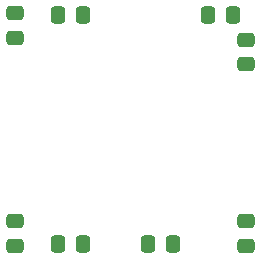
<source format=gbp>
G04 #@! TF.GenerationSoftware,KiCad,Pcbnew,7.0.5-0*
G04 #@! TF.CreationDate,2023-07-15T23:21:00+02:00*
G04 #@! TF.ProjectId,atf1508_plcc84_breakout,61746631-3530-4385-9f70-6c636338345f,B*
G04 #@! TF.SameCoordinates,Original*
G04 #@! TF.FileFunction,Paste,Bot*
G04 #@! TF.FilePolarity,Positive*
%FSLAX46Y46*%
G04 Gerber Fmt 4.6, Leading zero omitted, Abs format (unit mm)*
G04 Created by KiCad (PCBNEW 7.0.5-0) date 2023-07-15 23:21:00*
%MOMM*%
%LPD*%
G01*
G04 APERTURE LIST*
G04 Aperture macros list*
%AMRoundRect*
0 Rectangle with rounded corners*
0 $1 Rounding radius*
0 $2 $3 $4 $5 $6 $7 $8 $9 X,Y pos of 4 corners*
0 Add a 4 corners polygon primitive as box body*
4,1,4,$2,$3,$4,$5,$6,$7,$8,$9,$2,$3,0*
0 Add four circle primitives for the rounded corners*
1,1,$1+$1,$2,$3*
1,1,$1+$1,$4,$5*
1,1,$1+$1,$6,$7*
1,1,$1+$1,$8,$9*
0 Add four rect primitives between the rounded corners*
20,1,$1+$1,$2,$3,$4,$5,0*
20,1,$1+$1,$4,$5,$6,$7,0*
20,1,$1+$1,$6,$7,$8,$9,0*
20,1,$1+$1,$8,$9,$2,$3,0*%
G04 Aperture macros list end*
%ADD10RoundRect,0.250000X0.337500X0.475000X-0.337500X0.475000X-0.337500X-0.475000X0.337500X-0.475000X0*%
%ADD11RoundRect,0.250000X-0.475000X0.337500X-0.475000X-0.337500X0.475000X-0.337500X0.475000X0.337500X0*%
%ADD12RoundRect,0.250000X-0.337500X-0.475000X0.337500X-0.475000X0.337500X0.475000X-0.337500X0.475000X0*%
%ADD13RoundRect,0.250000X0.475000X-0.337500X0.475000X0.337500X-0.475000X0.337500X-0.475000X-0.337500X0*%
G04 APERTURE END LIST*
D10*
X113305500Y-52578000D03*
X111230500Y-52578000D03*
D11*
X94869000Y-52451000D03*
X94869000Y-54526000D03*
D12*
X98530500Y-72009000D03*
X100605500Y-72009000D03*
D11*
X94869000Y-70082500D03*
X94869000Y-72157500D03*
D12*
X106150500Y-72009000D03*
X108225500Y-72009000D03*
D13*
X114427000Y-72157500D03*
X114427000Y-70082500D03*
X114427000Y-56790500D03*
X114427000Y-54715500D03*
D10*
X100605500Y-52578000D03*
X98530500Y-52578000D03*
M02*

</source>
